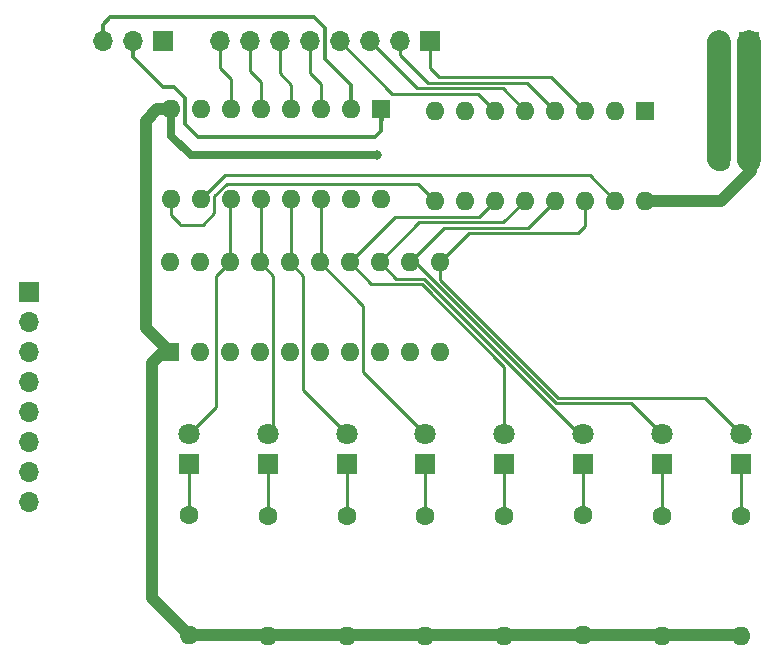
<source format=gbr>
%TF.GenerationSoftware,KiCad,Pcbnew,(5.1.9-0-10_14)*%
%TF.CreationDate,2021-04-21T09:15:21-04:00*%
%TF.ProjectId,COUNTER,434f554e-5445-4522-9e6b-696361645f70,rev?*%
%TF.SameCoordinates,Original*%
%TF.FileFunction,Copper,L1,Top*%
%TF.FilePolarity,Positive*%
%FSLAX46Y46*%
G04 Gerber Fmt 4.6, Leading zero omitted, Abs format (unit mm)*
G04 Created by KiCad (PCBNEW (5.1.9-0-10_14)) date 2021-04-21 09:15:21*
%MOMM*%
%LPD*%
G01*
G04 APERTURE LIST*
%TA.AperFunction,ComponentPad*%
%ADD10O,1.700000X1.700000*%
%TD*%
%TA.AperFunction,ComponentPad*%
%ADD11R,1.700000X1.700000*%
%TD*%
%TA.AperFunction,ComponentPad*%
%ADD12O,1.600000X1.600000*%
%TD*%
%TA.AperFunction,ComponentPad*%
%ADD13R,1.600000X1.600000*%
%TD*%
%TA.AperFunction,ComponentPad*%
%ADD14C,1.600000*%
%TD*%
%TA.AperFunction,ComponentPad*%
%ADD15C,1.800000*%
%TD*%
%TA.AperFunction,ComponentPad*%
%ADD16R,1.800000X1.800000*%
%TD*%
%TA.AperFunction,ViaPad*%
%ADD17C,0.800000*%
%TD*%
%TA.AperFunction,Conductor*%
%ADD18C,0.250000*%
%TD*%
%TA.AperFunction,Conductor*%
%ADD19C,2.000000*%
%TD*%
%TA.AperFunction,Conductor*%
%ADD20C,1.000000*%
%TD*%
%TA.AperFunction,Conductor*%
%ADD21C,0.700000*%
%TD*%
%TA.AperFunction,Conductor*%
%ADD22C,0.300000*%
%TD*%
%TA.AperFunction,Conductor*%
%ADD23C,0.400000*%
%TD*%
G04 APERTURE END LIST*
D10*
%TO.P,J3,8*%
%TO.N,/D8*%
X92011500Y-36576000D03*
%TO.P,J3,7*%
%TO.N,/D7*%
X94551500Y-36576000D03*
%TO.P,J3,6*%
%TO.N,/D6*%
X97091500Y-36576000D03*
%TO.P,J3,5*%
%TO.N,/D5*%
X99631500Y-36576000D03*
%TO.P,J3,4*%
%TO.N,/D4*%
X102171500Y-36576000D03*
%TO.P,J3,3*%
%TO.N,/D3*%
X104711500Y-36576000D03*
%TO.P,J3,2*%
%TO.N,/D2*%
X107251500Y-36576000D03*
D11*
%TO.P,J3,1*%
%TO.N,/D1*%
X109791500Y-36576000D03*
%TD*%
D10*
%TO.P,J2,3*%
%TO.N,/CLOCK*%
X82105500Y-36576000D03*
%TO.P,J2,2*%
%TO.N,/RESET*%
X84645500Y-36576000D03*
D11*
%TO.P,J2,1*%
%TO.N,/JUMP*%
X87185500Y-36576000D03*
%TD*%
D10*
%TO.P,J1,8*%
%TO.N,/Y1*%
X75819000Y-75628500D03*
%TO.P,J1,7*%
%TO.N,/Y2*%
X75819000Y-73088500D03*
%TO.P,J1,6*%
%TO.N,/Y3*%
X75819000Y-70548500D03*
%TO.P,J1,5*%
%TO.N,/Y4*%
X75819000Y-68008500D03*
%TO.P,J1,4*%
%TO.N,/Y5*%
X75819000Y-65468500D03*
%TO.P,J1,3*%
%TO.N,/Y6*%
X75819000Y-62928500D03*
%TO.P,J1,2*%
%TO.N,/Y7*%
X75819000Y-60388500D03*
D11*
%TO.P,J1,1*%
%TO.N,/Y8*%
X75819000Y-57848500D03*
%TD*%
D12*
%TO.P,U48,16*%
%TO.N,VCC*%
X128016000Y-50101500D03*
%TO.P,U48,8*%
%TO.N,GND*%
X110236000Y-42481500D03*
%TO.P,U48,15*%
%TO.N,Net-(U46-Pad10)*%
X125476000Y-50101500D03*
%TO.P,U48,7*%
%TO.N,VCC*%
X112776000Y-42481500D03*
%TO.P,U48,14*%
%TO.N,Net-(D51-Pad2)*%
X122936000Y-50101500D03*
%TO.P,U48,6*%
%TO.N,/D4*%
X115316000Y-42481500D03*
%TO.P,U48,13*%
%TO.N,Net-(D50-Pad2)*%
X120396000Y-50101500D03*
%TO.P,U48,5*%
%TO.N,/D3*%
X117856000Y-42481500D03*
%TO.P,U48,12*%
%TO.N,Net-(D49-Pad2)*%
X117856000Y-50101500D03*
%TO.P,U48,4*%
%TO.N,/D2*%
X120396000Y-42481500D03*
%TO.P,U48,11*%
%TO.N,Net-(D48-Pad2)*%
X115316000Y-50101500D03*
%TO.P,U48,3*%
%TO.N,/D1*%
X122936000Y-42481500D03*
%TO.P,U48,10*%
%TO.N,VCC*%
X112776000Y-50101500D03*
%TO.P,U48,2*%
%TO.N,/CLOCK*%
X125476000Y-42481500D03*
%TO.P,U48,9*%
%TO.N,/JUMP*%
X110236000Y-50101500D03*
D13*
%TO.P,U48,1*%
%TO.N,/RESET*%
X128016000Y-42481500D03*
%TD*%
D12*
%TO.P,U47,20*%
%TO.N,VCC*%
X87757000Y-55308500D03*
%TO.P,U47,10*%
%TO.N,GND*%
X110617000Y-62928500D03*
%TO.P,U47,19*%
%TO.N,/OE*%
X90297000Y-55308500D03*
%TO.P,U47,9*%
%TO.N,/Y1*%
X108077000Y-62928500D03*
%TO.P,U47,18*%
%TO.N,Net-(D44-Pad2)*%
X92837000Y-55308500D03*
%TO.P,U47,8*%
%TO.N,/Y2*%
X105537000Y-62928500D03*
%TO.P,U47,17*%
%TO.N,Net-(D45-Pad2)*%
X95377000Y-55308500D03*
%TO.P,U47,7*%
%TO.N,/Y3*%
X102997000Y-62928500D03*
%TO.P,U47,16*%
%TO.N,Net-(D46-Pad2)*%
X97917000Y-55308500D03*
%TO.P,U47,6*%
%TO.N,/Y4*%
X100457000Y-62928500D03*
%TO.P,U47,15*%
%TO.N,Net-(D47-Pad2)*%
X100457000Y-55308500D03*
%TO.P,U47,5*%
%TO.N,/Y5*%
X97917000Y-62928500D03*
%TO.P,U47,14*%
%TO.N,Net-(D48-Pad2)*%
X102997000Y-55308500D03*
%TO.P,U47,4*%
%TO.N,/Y6*%
X95377000Y-62928500D03*
%TO.P,U47,13*%
%TO.N,Net-(D49-Pad2)*%
X105537000Y-55308500D03*
%TO.P,U47,3*%
%TO.N,/Y7*%
X92837000Y-62928500D03*
%TO.P,U47,12*%
%TO.N,Net-(D50-Pad2)*%
X108077000Y-55308500D03*
%TO.P,U47,2*%
%TO.N,/Y8*%
X90297000Y-62928500D03*
%TO.P,U47,11*%
%TO.N,Net-(D51-Pad2)*%
X110617000Y-55308500D03*
D13*
%TO.P,U47,1*%
%TO.N,GND*%
X87757000Y-62928500D03*
%TD*%
D12*
%TO.P,U46,16*%
%TO.N,VCC*%
X105664000Y-49974500D03*
%TO.P,U46,8*%
%TO.N,GND*%
X87884000Y-42354500D03*
%TO.P,U46,15*%
%TO.N,Net-(U46-Pad15)*%
X103124000Y-49974500D03*
%TO.P,U46,7*%
%TO.N,VCC*%
X90424000Y-42354500D03*
%TO.P,U46,14*%
%TO.N,Net-(D47-Pad2)*%
X100584000Y-49974500D03*
%TO.P,U46,6*%
%TO.N,/D8*%
X92964000Y-42354500D03*
%TO.P,U46,13*%
%TO.N,Net-(D46-Pad2)*%
X98044000Y-49974500D03*
%TO.P,U46,5*%
%TO.N,/D7*%
X95504000Y-42354500D03*
%TO.P,U46,12*%
%TO.N,Net-(D45-Pad2)*%
X95504000Y-49974500D03*
%TO.P,U46,4*%
%TO.N,/D6*%
X98044000Y-42354500D03*
%TO.P,U46,11*%
%TO.N,Net-(D44-Pad2)*%
X92964000Y-49974500D03*
%TO.P,U46,3*%
%TO.N,/D5*%
X100584000Y-42354500D03*
%TO.P,U46,10*%
%TO.N,Net-(U46-Pad10)*%
X90424000Y-49974500D03*
%TO.P,U46,2*%
%TO.N,/CLOCK*%
X103124000Y-42354500D03*
%TO.P,U46,9*%
%TO.N,/JUMP*%
X87884000Y-49974500D03*
D13*
%TO.P,U46,1*%
%TO.N,/RESET*%
X105664000Y-42354500D03*
%TD*%
D12*
%TO.P,R18,2*%
%TO.N,GND*%
X136144000Y-86931500D03*
D14*
%TO.P,R18,1*%
%TO.N,Net-(D51-Pad1)*%
X136144000Y-76771500D03*
%TD*%
D12*
%TO.P,R17,2*%
%TO.N,GND*%
X129413000Y-86931500D03*
D14*
%TO.P,R17,1*%
%TO.N,Net-(D50-Pad1)*%
X129413000Y-76771500D03*
%TD*%
D12*
%TO.P,R16,2*%
%TO.N,GND*%
X122745500Y-86868000D03*
D14*
%TO.P,R16,1*%
%TO.N,Net-(D49-Pad1)*%
X122745500Y-76708000D03*
%TD*%
D12*
%TO.P,R15,2*%
%TO.N,GND*%
X116078000Y-86931500D03*
D14*
%TO.P,R15,1*%
%TO.N,Net-(D48-Pad1)*%
X116078000Y-76771500D03*
%TD*%
D12*
%TO.P,R14,2*%
%TO.N,GND*%
X109410500Y-86931500D03*
D14*
%TO.P,R14,1*%
%TO.N,Net-(D47-Pad1)*%
X109410500Y-76771500D03*
%TD*%
D12*
%TO.P,R13,2*%
%TO.N,GND*%
X102743000Y-86931500D03*
D14*
%TO.P,R13,1*%
%TO.N,Net-(D46-Pad1)*%
X102743000Y-76771500D03*
%TD*%
D12*
%TO.P,R12,2*%
%TO.N,GND*%
X96075500Y-86931500D03*
D14*
%TO.P,R12,1*%
%TO.N,Net-(D45-Pad1)*%
X96075500Y-76771500D03*
%TD*%
D12*
%TO.P,R11,2*%
%TO.N,GND*%
X89408000Y-86868000D03*
D14*
%TO.P,R11,1*%
%TO.N,Net-(D44-Pad1)*%
X89408000Y-76708000D03*
%TD*%
D10*
%TO.P,J10,2*%
%TO.N,GND*%
X134239000Y-36639500D03*
D11*
%TO.P,J10,1*%
%TO.N,VCC*%
X136779000Y-36639500D03*
%TD*%
D15*
%TO.P,D51,2*%
%TO.N,Net-(D51-Pad2)*%
X136144000Y-69850000D03*
D16*
%TO.P,D51,1*%
%TO.N,Net-(D51-Pad1)*%
X136144000Y-72390000D03*
%TD*%
D15*
%TO.P,D50,2*%
%TO.N,Net-(D50-Pad2)*%
X129413000Y-69850000D03*
D16*
%TO.P,D50,1*%
%TO.N,Net-(D50-Pad1)*%
X129413000Y-72390000D03*
%TD*%
D15*
%TO.P,D49,2*%
%TO.N,Net-(D49-Pad2)*%
X122745500Y-69850000D03*
D16*
%TO.P,D49,1*%
%TO.N,Net-(D49-Pad1)*%
X122745500Y-72390000D03*
%TD*%
D15*
%TO.P,D48,2*%
%TO.N,Net-(D48-Pad2)*%
X116078000Y-69850000D03*
D16*
%TO.P,D48,1*%
%TO.N,Net-(D48-Pad1)*%
X116078000Y-72390000D03*
%TD*%
D15*
%TO.P,D47,2*%
%TO.N,Net-(D47-Pad2)*%
X109410500Y-69850000D03*
D16*
%TO.P,D47,1*%
%TO.N,Net-(D47-Pad1)*%
X109410500Y-72390000D03*
%TD*%
D15*
%TO.P,D46,2*%
%TO.N,Net-(D46-Pad2)*%
X102743000Y-69850000D03*
D16*
%TO.P,D46,1*%
%TO.N,Net-(D46-Pad1)*%
X102743000Y-72390000D03*
%TD*%
D15*
%TO.P,D45,2*%
%TO.N,Net-(D45-Pad2)*%
X96075500Y-69850000D03*
D16*
%TO.P,D45,1*%
%TO.N,Net-(D45-Pad1)*%
X96075500Y-72390000D03*
%TD*%
D15*
%TO.P,D44,2*%
%TO.N,Net-(D44-Pad2)*%
X89408000Y-69850000D03*
D16*
%TO.P,D44,1*%
%TO.N,Net-(D44-Pad1)*%
X89408000Y-72390000D03*
%TD*%
D14*
%TO.P,C8,2*%
%TO.N,GND*%
X134469500Y-46799500D03*
%TO.P,C8,1*%
%TO.N,VCC*%
X136969500Y-46799500D03*
%TD*%
D17*
%TO.N,GND*%
X105283000Y-46228000D03*
%TD*%
D18*
%TO.N,GND*%
X134239000Y-46569000D02*
X134469500Y-46799500D01*
D19*
X134239000Y-36639500D02*
X134239000Y-46569000D01*
D18*
X136080500Y-86868000D02*
X136144000Y-86931500D01*
D20*
X89408000Y-86868000D02*
X136080500Y-86868000D01*
X87884000Y-42354500D02*
X86677500Y-42354500D01*
X86677500Y-42354500D02*
X85725000Y-43307000D01*
X85725000Y-60896500D02*
X87757000Y-62928500D01*
X85725000Y-43307000D02*
X85725000Y-60896500D01*
D18*
X87757000Y-62928500D02*
X87185500Y-62928500D01*
D20*
X87185500Y-62928500D02*
X86296500Y-63817500D01*
X86296500Y-83756500D02*
X89408000Y-86868000D01*
X86296500Y-63817500D02*
X86296500Y-83756500D01*
D21*
X87884000Y-42354500D02*
X87884000Y-44577000D01*
X87884000Y-44577000D02*
X89535000Y-46228000D01*
X89535000Y-46228000D02*
X105283000Y-46228000D01*
D18*
%TO.N,VCC*%
X136779000Y-46609000D02*
X136969500Y-46799500D01*
D19*
X136779000Y-36639500D02*
X136779000Y-46609000D01*
D18*
%TO.N,Net-(D44-Pad2)*%
X92837000Y-50101500D02*
X92964000Y-49974500D01*
X92837000Y-55308500D02*
X92837000Y-50101500D01*
X91711999Y-67546001D02*
X89408000Y-69850000D01*
X91711999Y-56433501D02*
X91711999Y-67546001D01*
X92837000Y-55308500D02*
X91711999Y-56433501D01*
%TO.N,Net-(D44-Pad1)*%
X89408000Y-72390000D02*
X89408000Y-76708000D01*
%TO.N,Net-(D45-Pad2)*%
X95504000Y-55181500D02*
X95377000Y-55308500D01*
X95504000Y-49974500D02*
X95504000Y-55181500D01*
X96502001Y-69423499D02*
X96075500Y-69850000D01*
X96502001Y-56433501D02*
X96502001Y-69423499D01*
X95377000Y-55308500D02*
X96502001Y-56433501D01*
%TO.N,Net-(D45-Pad1)*%
X96075500Y-76771500D02*
X96075500Y-72390000D01*
%TO.N,Net-(D46-Pad2)*%
X98044000Y-55181500D02*
X97917000Y-55308500D01*
X98044000Y-49974500D02*
X98044000Y-55181500D01*
X99042001Y-66149001D02*
X102743000Y-69850000D01*
X99042001Y-56433501D02*
X99042001Y-66149001D01*
X97917000Y-55308500D02*
X99042001Y-56433501D01*
%TO.N,Net-(D46-Pad1)*%
X102743000Y-72390000D02*
X102743000Y-76771500D01*
%TO.N,Net-(D47-Pad2)*%
X100584000Y-55181500D02*
X100457000Y-55308500D01*
X100584000Y-49974500D02*
X100584000Y-55181500D01*
X104122001Y-58973501D02*
X104122001Y-64561501D01*
X104122001Y-64561501D02*
X109410500Y-69850000D01*
X100457000Y-55308500D02*
X104122001Y-58973501D01*
%TO.N,Net-(D47-Pad1)*%
X109410500Y-76771500D02*
X109410500Y-72390000D01*
%TO.N,Net-(D48-Pad2)*%
X116078000Y-64139232D02*
X116078000Y-69850000D01*
X109088768Y-57150000D02*
X116078000Y-64139232D01*
X102997000Y-55308500D02*
X104838500Y-57150000D01*
X104838500Y-57150000D02*
X109088768Y-57150000D01*
X102997000Y-55308500D02*
X106823533Y-51481967D01*
X106823533Y-51481967D02*
X113935533Y-51481967D01*
X113935533Y-51481967D02*
X115316000Y-50101500D01*
%TO.N,Net-(D48-Pad1)*%
X116078000Y-72390000D02*
X116078000Y-76771500D01*
%TO.N,Net-(D49-Pad2)*%
X122425179Y-69850000D02*
X122745500Y-69850000D01*
X106928489Y-56699989D02*
X109275168Y-56699989D01*
X105537000Y-55308500D02*
X106928489Y-56699989D01*
X109275168Y-56699989D02*
X122425179Y-69850000D01*
X108913522Y-51931978D02*
X116025522Y-51931978D01*
X116025522Y-51931978D02*
X117856000Y-50101500D01*
X105537000Y-55308500D02*
X108913522Y-51931978D01*
%TO.N,Net-(D49-Pad1)*%
X122745500Y-76708000D02*
X122745500Y-72390000D01*
%TO.N,Net-(D50-Pad2)*%
X126815011Y-67252011D02*
X129413000Y-69850000D01*
X108077000Y-55308500D02*
X108520089Y-55308500D01*
X108520089Y-55308500D02*
X120463600Y-67252011D01*
X120463600Y-67252011D02*
X126815011Y-67252011D01*
X108077000Y-55308500D02*
X111003511Y-52381989D01*
X111003511Y-52381989D02*
X118115511Y-52381989D01*
X118115511Y-52381989D02*
X120396000Y-50101500D01*
%TO.N,Net-(D50-Pad1)*%
X129413000Y-72390000D02*
X129413000Y-76771500D01*
%TO.N,Net-(D51-Pad2)*%
X133096000Y-66802000D02*
X136144000Y-69850000D01*
X120650000Y-66802000D02*
X133096000Y-66802000D01*
X110617000Y-56769000D02*
X120650000Y-66802000D01*
X110617000Y-55308500D02*
X110617000Y-56769000D01*
X113093500Y-52832000D02*
X122364500Y-52832000D01*
X122936000Y-52260500D02*
X122936000Y-50101500D01*
X110617000Y-55308500D02*
X113093500Y-52832000D01*
X122364500Y-52832000D02*
X122936000Y-52260500D01*
%TO.N,Net-(D51-Pad1)*%
X136144000Y-76771500D02*
X136144000Y-72390000D01*
%TO.N,VCC*%
X136969500Y-47561500D02*
X136969500Y-46799500D01*
D20*
X134429500Y-50101500D02*
X136969500Y-47561500D01*
X128016000Y-50101500D02*
X134429500Y-50101500D01*
D18*
%TO.N,/D8*%
X92011500Y-36576000D02*
X92011500Y-38862000D01*
X92964000Y-39814500D02*
X92964000Y-42354500D01*
X92011500Y-38862000D02*
X92964000Y-39814500D01*
%TO.N,/D7*%
X94551500Y-36576000D02*
X94551500Y-39116000D01*
X95504000Y-40068500D02*
X95504000Y-42354500D01*
X94551500Y-39116000D02*
X95504000Y-40068500D01*
%TO.N,/D6*%
X97091500Y-36576000D02*
X97091500Y-39306500D01*
X98044000Y-40259000D02*
X98044000Y-42354500D01*
X97091500Y-39306500D02*
X98044000Y-40259000D01*
%TO.N,/D5*%
X99631500Y-36576000D02*
X99631500Y-39243000D01*
X100584000Y-40195500D02*
X100584000Y-42354500D01*
X99631500Y-39243000D02*
X100584000Y-40195500D01*
%TO.N,Net-(U46-Pad10)*%
X90424000Y-49974500D02*
X92461509Y-47936991D01*
X92461509Y-47936991D02*
X123311491Y-47936991D01*
X123311491Y-47936991D02*
X125476000Y-50101500D01*
D22*
%TO.N,/CLOCK*%
X103124000Y-40322500D02*
X103124000Y-42354500D01*
X82105500Y-35179000D02*
X82740500Y-34544000D01*
X100901500Y-35496500D02*
X100901500Y-38100000D01*
X99949000Y-34544000D02*
X100901500Y-35496500D01*
X82740500Y-34544000D02*
X99949000Y-34544000D01*
X100901500Y-38100000D02*
X103124000Y-40322500D01*
X82105500Y-36576000D02*
X82105500Y-35179000D01*
D18*
%TO.N,/JUMP*%
X110236000Y-50101500D02*
X108775500Y-48641000D01*
X91549001Y-49724497D02*
X91549001Y-51135499D01*
X92632498Y-48641000D02*
X91549001Y-49724497D01*
X108775500Y-48641000D02*
X92632498Y-48641000D01*
X91549001Y-51135499D02*
X90551000Y-52133500D01*
X90551000Y-52133500D02*
X88646000Y-52133500D01*
X88646000Y-52133500D02*
X88646000Y-52070000D01*
X87884000Y-51308000D02*
X87884000Y-49974500D01*
X88646000Y-52070000D02*
X87884000Y-51308000D01*
D23*
%TO.N,/RESET*%
X105664000Y-43180000D02*
X105664000Y-42354500D01*
X128016000Y-42481500D02*
X128016000Y-42037000D01*
D22*
X84645500Y-37909500D02*
X87185500Y-40449500D01*
X84645500Y-36576000D02*
X84645500Y-37909500D01*
X105664000Y-44196000D02*
X105664000Y-42354500D01*
X105156000Y-44704000D02*
X105664000Y-44196000D01*
X87185500Y-40449500D02*
X88138000Y-40449500D01*
X90170000Y-44704000D02*
X105156000Y-44704000D01*
X89090500Y-41402000D02*
X89090500Y-43624500D01*
X89090500Y-43624500D02*
X90170000Y-44704000D01*
X88138000Y-40449500D02*
X89090500Y-41402000D01*
D18*
%TO.N,/D4*%
X113855500Y-41021000D02*
X115316000Y-42481500D01*
X106616500Y-41021000D02*
X113855500Y-41021000D01*
X102171500Y-36576000D02*
X106616500Y-41021000D01*
%TO.N,/D3*%
X108706489Y-40570989D02*
X115945489Y-40570989D01*
X104711500Y-36576000D02*
X108706489Y-40570989D01*
X115945489Y-40570989D02*
X117856000Y-42481500D01*
%TO.N,/D2*%
X118035478Y-40120978D02*
X120396000Y-42481500D01*
X107251500Y-37778081D02*
X109594397Y-40120978D01*
X107251500Y-36576000D02*
X107251500Y-37778081D01*
X109594397Y-40120978D02*
X118035478Y-40120978D01*
%TO.N,/D1*%
X120078500Y-39624000D02*
X122936000Y-42481500D01*
X110553500Y-39624000D02*
X120078500Y-39624000D01*
X109791500Y-38862000D02*
X110553500Y-39624000D01*
X109791500Y-36576000D02*
X109791500Y-38862000D01*
%TD*%
M02*

</source>
